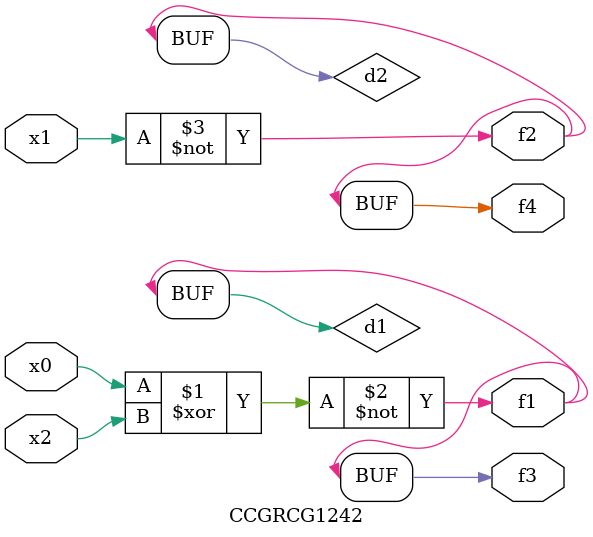
<source format=v>
module CCGRCG1242(
	input x0, x1, x2,
	output f1, f2, f3, f4
);

	wire d1, d2, d3;

	xnor (d1, x0, x2);
	nand (d2, x1);
	nor (d3, x1, x2);
	assign f1 = d1;
	assign f2 = d2;
	assign f3 = d1;
	assign f4 = d2;
endmodule

</source>
